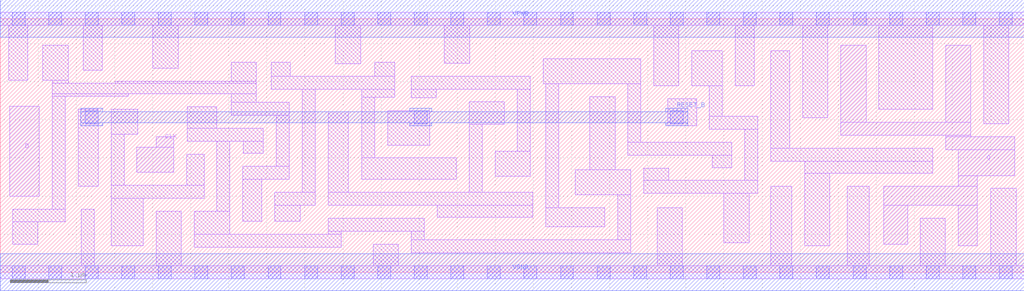
<source format=lef>
# Copyright 2020 The SkyWater PDK Authors
#
# Licensed under the Apache License, Version 2.0 (the "License");
# you may not use this file except in compliance with the License.
# You may obtain a copy of the License at
#
#     https://www.apache.org/licenses/LICENSE-2.0
#
# Unless required by applicable law or agreed to in writing, software
# distributed under the License is distributed on an "AS IS" BASIS,
# WITHOUT WARRANTIES OR CONDITIONS OF ANY KIND, either express or implied.
# See the License for the specific language governing permissions and
# limitations under the License.
#
# SPDX-License-Identifier: Apache-2.0

VERSION 5.7 ;
  NAMESCASESENSITIVE ON ;
  NOWIREEXTENSIONATPIN ON ;
  DIVIDERCHAR "/" ;
  BUSBITCHARS "[]" ;
UNITS
  DATABASE MICRONS 200 ;
END UNITS
MACRO sky130_fd_sc_hs__dfrtp_4
  CLASS CORE ;
  SOURCE USER ;
  FOREIGN sky130_fd_sc_hs__dfrtp_4 ;
  ORIGIN  0.000000  0.000000 ;
  SIZE  13.44000 BY  3.330000 ;
  SYMMETRY X Y R90 ;
  SITE unit ;
  PIN D
    ANTENNAGATEAREA  0.126000 ;
    DIRECTION INPUT ;
    USE SIGNAL ;
    PORT
      LAYER li1 ;
        RECT 0.125000 1.000000 0.515000 2.180000 ;
    END
  END D
  PIN Q
    ANTENNADIFFAREA  1.207100 ;
    DIRECTION OUTPUT ;
    USE SIGNAL ;
    PORT
      LAYER li1 ;
        RECT 11.035000 1.800000 12.740000 1.970000 ;
        RECT 11.035000 1.970000 11.365000 2.980000 ;
        RECT 11.595000 0.365000 11.910000 0.880000 ;
        RECT 11.595000 0.880000 12.825000 1.130000 ;
        RECT 12.410000 1.610000 13.315000 1.780000 ;
        RECT 12.410000 1.780000 12.740000 1.800000 ;
        RECT 12.410000 1.970000 12.740000 2.980000 ;
        RECT 12.575000 0.350000 12.825000 0.880000 ;
        RECT 12.575000 1.130000 12.825000 1.270000 ;
        RECT 12.575000 1.270000 13.315000 1.610000 ;
    END
  END Q
  PIN RESET_B
    ANTENNAGATEAREA  0.378000 ;
    DIRECTION INPUT ;
    USE SIGNAL ;
    PORT
      LAYER met1 ;
        RECT 1.055000 1.920000 1.345000 1.965000 ;
        RECT 1.055000 1.965000 9.025000 2.105000 ;
        RECT 1.055000 2.105000 1.345000 2.150000 ;
        RECT 5.375000 1.920000 5.665000 1.965000 ;
        RECT 5.375000 2.105000 5.665000 2.150000 ;
        RECT 8.735000 1.920000 9.025000 1.965000 ;
        RECT 8.735000 2.105000 9.025000 2.150000 ;
    END
  END RESET_B
  PIN CLK
    ANTENNAGATEAREA  0.279000 ;
    DIRECTION INPUT ;
    USE CLOCK ;
    PORT
      LAYER li1 ;
        RECT 1.795000 1.310000 2.275000 1.640000 ;
        RECT 2.045000 1.640000 2.275000 1.780000 ;
    END
  END CLK
  PIN VGND
    DIRECTION INOUT ;
    USE GROUND ;
    PORT
      LAYER met1 ;
        RECT 0.000000 -0.245000 13.440000 0.245000 ;
    END
  END VGND
  PIN VPWR
    DIRECTION INOUT ;
    USE POWER ;
    PORT
      LAYER met1 ;
        RECT 0.000000 3.085000 13.440000 3.575000 ;
    END
  END VPWR
  OBS
    LAYER li1 ;
      RECT  0.000000 -0.085000 13.440000 0.085000 ;
      RECT  0.000000  3.245000 13.440000 3.415000 ;
      RECT  0.110000  2.520000  0.360000 3.245000 ;
      RECT  0.165000  0.370000  0.495000 0.660000 ;
      RECT  0.165000  0.660000  0.855000 0.830000 ;
      RECT  0.560000  2.520000  0.890000 2.980000 ;
      RECT  0.685000  0.830000  0.855000 2.310000 ;
      RECT  0.685000  2.310000  1.680000 2.340000 ;
      RECT  0.685000  2.340000  3.360000 2.480000 ;
      RECT  0.685000  2.480000  0.890000 2.520000 ;
      RECT  1.025000  1.130000  1.285000 2.140000 ;
      RECT  1.065000  0.085000  1.235000 0.830000 ;
      RECT  1.090000  2.650000  1.340000 3.245000 ;
      RECT  1.455000  0.350000  1.875000 0.970000 ;
      RECT  1.455000  0.970000  2.675000 1.140000 ;
      RECT  1.455000  1.140000  1.625000 1.810000 ;
      RECT  1.455000  1.810000  1.805000 2.140000 ;
      RECT  1.510000  2.480000  3.360000 2.510000 ;
      RECT  2.005000  2.680000  2.335000 3.245000 ;
      RECT  2.045000  0.085000  2.375000 0.800000 ;
      RECT  2.445000  1.140000  2.675000 1.550000 ;
      RECT  2.455000  1.720000  3.455000 1.890000 ;
      RECT  2.455000  1.890000  2.845000 2.170000 ;
      RECT  2.545000  0.330000  4.475000 0.500000 ;
      RECT  2.545000  0.500000  3.015000 0.800000 ;
      RECT  2.845000  0.800000  3.015000 1.720000 ;
      RECT  3.030000  2.060000  3.795000 2.230000 ;
      RECT  3.030000  2.230000  3.360000 2.340000 ;
      RECT  3.030000  2.510000  3.360000 2.755000 ;
      RECT  3.185000  0.670000  3.435000 1.220000 ;
      RECT  3.185000  1.220000  3.795000 1.390000 ;
      RECT  3.190000  1.560000  3.455000 1.720000 ;
      RECT  3.560000  2.400000  5.180000 2.570000 ;
      RECT  3.560000  2.570000  3.810000 2.755000 ;
      RECT  3.605000  0.670000  3.935000 0.880000 ;
      RECT  3.605000  0.880000  4.135000 1.050000 ;
      RECT  3.625000  1.390000  3.795000 2.060000 ;
      RECT  3.965000  1.050000  4.135000 2.400000 ;
      RECT  4.305000  0.500000  4.475000 0.540000 ;
      RECT  4.305000  0.540000  5.565000 0.710000 ;
      RECT  4.305000  0.880000  6.990000 1.050000 ;
      RECT  4.305000  1.050000  4.570000 2.105000 ;
      RECT  4.400000  2.740000  4.730000 3.245000 ;
      RECT  4.745000  1.220000  5.985000 1.500000 ;
      RECT  4.745000  1.500000  4.915000 2.295000 ;
      RECT  4.745000  2.295000  5.180000 2.400000 ;
      RECT  4.895000  0.085000  5.225000 0.370000 ;
      RECT  4.915000  2.570000  5.180000 2.755000 ;
      RECT  5.085000  1.670000  5.635000 2.120000 ;
      RECT  5.395000  0.255000  8.275000 0.425000 ;
      RECT  5.395000  0.425000  5.565000 0.540000 ;
      RECT  5.395000  2.290000  5.725000 2.405000 ;
      RECT  5.395000  2.405000  6.955000 2.575000 ;
      RECT  5.735000  0.720000  6.990000 0.880000 ;
      RECT  5.830000  2.745000  6.165000 3.245000 ;
      RECT  6.155000  1.050000  6.325000 1.940000 ;
      RECT  6.155000  1.940000  6.615000 2.235000 ;
      RECT  6.495000  1.260000  6.955000 1.590000 ;
      RECT  6.785000  1.590000  6.955000 2.405000 ;
      RECT  7.125000  2.475000  8.410000 2.805000 ;
      RECT  7.160000  0.595000  7.935000 0.845000 ;
      RECT  7.160000  0.845000  7.330000 2.475000 ;
      RECT  7.545000  1.015000  8.275000 1.345000 ;
      RECT  7.740000  1.345000  8.070000 2.305000 ;
      RECT  8.105000  0.425000  8.275000 1.015000 ;
      RECT  8.240000  1.535000  9.605000 1.705000 ;
      RECT  8.240000  1.705000  8.410000 2.475000 ;
      RECT  8.445000  1.035000  9.945000 1.205000 ;
      RECT  8.445000  1.205000  8.775000 1.365000 ;
      RECT  8.580000  2.445000  8.910000 3.245000 ;
      RECT  8.625000  0.085000  8.955000 0.845000 ;
      RECT  8.765000  1.920000  9.140000 2.275000 ;
      RECT  9.080000  2.445000  9.480000 2.905000 ;
      RECT  9.310000  1.875000  9.945000 2.045000 ;
      RECT  9.310000  2.045000  9.480000 2.445000 ;
      RECT  9.345000  1.375000  9.605000 1.535000 ;
      RECT  9.500000  0.385000  9.830000 1.035000 ;
      RECT  9.650000  2.445000  9.900000 3.245000 ;
      RECT  9.775000  1.205000  9.945000 1.875000 ;
      RECT 10.115000  0.085000 10.390000 1.130000 ;
      RECT 10.115000  1.460000 12.240000 1.630000 ;
      RECT 10.115000  1.630000 10.365000 2.905000 ;
      RECT 10.535000  2.025000 10.865000 3.245000 ;
      RECT 10.560000  0.350000 10.890000 1.300000 ;
      RECT 10.560000  1.300000 12.240000 1.460000 ;
      RECT 11.120000  0.085000 11.410000 1.130000 ;
      RECT 11.535000  2.140000 12.240000 3.245000 ;
      RECT 12.080000  0.085000 12.405000 0.710000 ;
      RECT 12.910000  1.950000 13.240000 3.245000 ;
      RECT 13.005000  0.085000 13.335000 1.100000 ;
    LAYER mcon ;
      RECT  0.155000 -0.085000  0.325000 0.085000 ;
      RECT  0.155000  3.245000  0.325000 3.415000 ;
      RECT  0.635000 -0.085000  0.805000 0.085000 ;
      RECT  0.635000  3.245000  0.805000 3.415000 ;
      RECT  1.115000 -0.085000  1.285000 0.085000 ;
      RECT  1.115000  1.950000  1.285000 2.120000 ;
      RECT  1.115000  3.245000  1.285000 3.415000 ;
      RECT  1.595000 -0.085000  1.765000 0.085000 ;
      RECT  1.595000  3.245000  1.765000 3.415000 ;
      RECT  2.075000 -0.085000  2.245000 0.085000 ;
      RECT  2.075000  3.245000  2.245000 3.415000 ;
      RECT  2.555000 -0.085000  2.725000 0.085000 ;
      RECT  2.555000  3.245000  2.725000 3.415000 ;
      RECT  3.035000 -0.085000  3.205000 0.085000 ;
      RECT  3.035000  3.245000  3.205000 3.415000 ;
      RECT  3.515000 -0.085000  3.685000 0.085000 ;
      RECT  3.515000  3.245000  3.685000 3.415000 ;
      RECT  3.995000 -0.085000  4.165000 0.085000 ;
      RECT  3.995000  3.245000  4.165000 3.415000 ;
      RECT  4.475000 -0.085000  4.645000 0.085000 ;
      RECT  4.475000  3.245000  4.645000 3.415000 ;
      RECT  4.955000 -0.085000  5.125000 0.085000 ;
      RECT  4.955000  3.245000  5.125000 3.415000 ;
      RECT  5.435000 -0.085000  5.605000 0.085000 ;
      RECT  5.435000  1.950000  5.605000 2.120000 ;
      RECT  5.435000  3.245000  5.605000 3.415000 ;
      RECT  5.915000 -0.085000  6.085000 0.085000 ;
      RECT  5.915000  3.245000  6.085000 3.415000 ;
      RECT  6.395000 -0.085000  6.565000 0.085000 ;
      RECT  6.395000  3.245000  6.565000 3.415000 ;
      RECT  6.875000 -0.085000  7.045000 0.085000 ;
      RECT  6.875000  3.245000  7.045000 3.415000 ;
      RECT  7.355000 -0.085000  7.525000 0.085000 ;
      RECT  7.355000  3.245000  7.525000 3.415000 ;
      RECT  7.835000 -0.085000  8.005000 0.085000 ;
      RECT  7.835000  3.245000  8.005000 3.415000 ;
      RECT  8.315000 -0.085000  8.485000 0.085000 ;
      RECT  8.315000  3.245000  8.485000 3.415000 ;
      RECT  8.795000 -0.085000  8.965000 0.085000 ;
      RECT  8.795000  1.950000  8.965000 2.120000 ;
      RECT  8.795000  3.245000  8.965000 3.415000 ;
      RECT  9.275000 -0.085000  9.445000 0.085000 ;
      RECT  9.275000  3.245000  9.445000 3.415000 ;
      RECT  9.755000 -0.085000  9.925000 0.085000 ;
      RECT  9.755000  3.245000  9.925000 3.415000 ;
      RECT 10.235000 -0.085000 10.405000 0.085000 ;
      RECT 10.235000  3.245000 10.405000 3.415000 ;
      RECT 10.715000 -0.085000 10.885000 0.085000 ;
      RECT 10.715000  3.245000 10.885000 3.415000 ;
      RECT 11.195000 -0.085000 11.365000 0.085000 ;
      RECT 11.195000  3.245000 11.365000 3.415000 ;
      RECT 11.675000 -0.085000 11.845000 0.085000 ;
      RECT 11.675000  3.245000 11.845000 3.415000 ;
      RECT 12.155000 -0.085000 12.325000 0.085000 ;
      RECT 12.155000  3.245000 12.325000 3.415000 ;
      RECT 12.635000 -0.085000 12.805000 0.085000 ;
      RECT 12.635000  3.245000 12.805000 3.415000 ;
      RECT 13.115000 -0.085000 13.285000 0.085000 ;
      RECT 13.115000  3.245000 13.285000 3.415000 ;
  END
END sky130_fd_sc_hs__dfrtp_4
END LIBRARY

</source>
